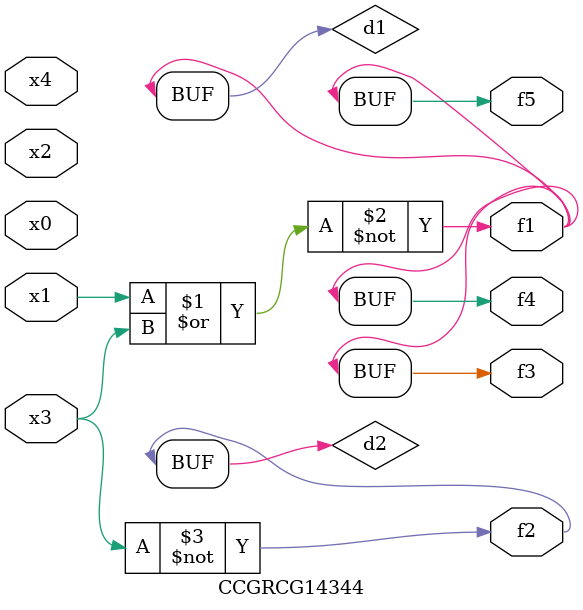
<source format=v>
module CCGRCG14344(
	input x0, x1, x2, x3, x4,
	output f1, f2, f3, f4, f5
);

	wire d1, d2;

	nor (d1, x1, x3);
	not (d2, x3);
	assign f1 = d1;
	assign f2 = d2;
	assign f3 = d1;
	assign f4 = d1;
	assign f5 = d1;
endmodule

</source>
